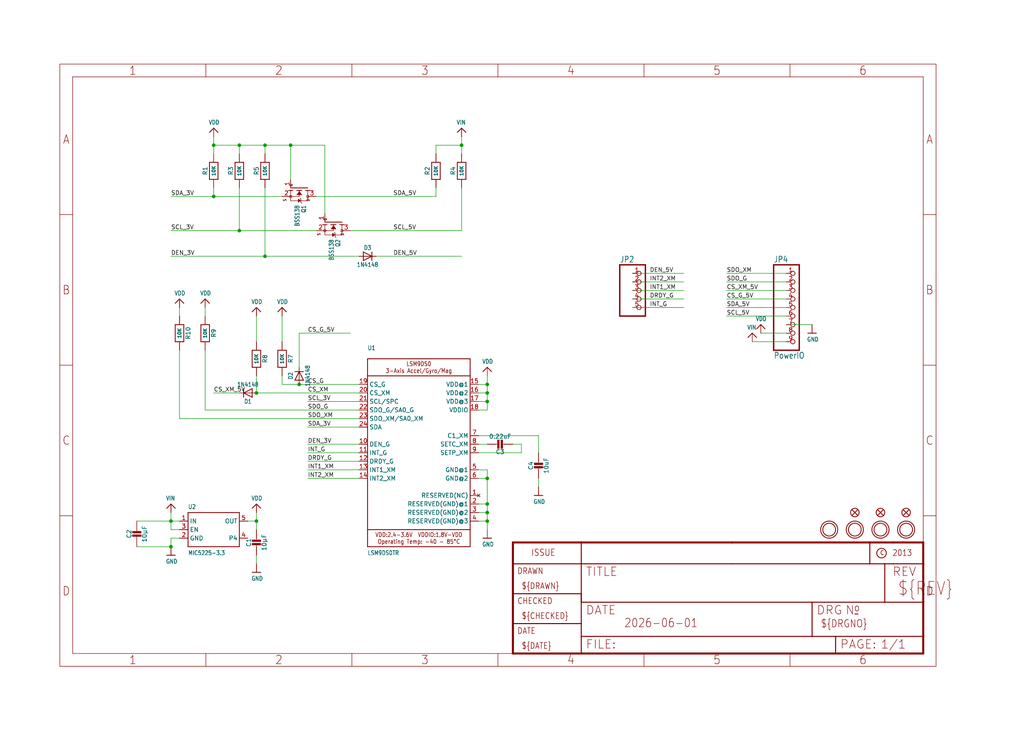
<source format=kicad_sch>
(kicad_sch (version 20230121) (generator eeschema)
  (paper "User" 304.267 217.322)
  (lib_symbols
    (symbol "working-eagle-import:CAP_CERAMIC0805-NOOUTLINE"
      (property "Reference" "C" (at -2.29 1.25 90))
      (symbol "CAP_CERAMIC0805-NOOUTLINE_1_0"
        (rectangle (start -1.27 0.508) (end 1.27 1.016) (fill (type outline)))
        (rectangle (start -1.27 1.524) (end 1.27 2.032) (fill (type outline)))
        (polyline (pts (xy 0 0.762) (xy 0 0)) (stroke (width 0.1524)))
        (polyline (pts (xy 0 2.54) (xy 0 1.778)) (stroke (width 0.1524)))
        (pin passive line (at 0 5.08 270) (length 2.54) (name "1") (number "1"))
        (pin passive line (at 0 -2.54 90) (length 2.54) (name "2") (number "2"))
      )
    )
    (symbol "working-eagle-import:DIODESOD-323"
      (property "Reference" "D" (at 0 2.54 0))
      (symbol "DIODESOD-323_1_0"
        (polyline (pts (xy -1.27 -1.27) (xy 1.27 0)) (stroke (width 0.254)))
        (polyline (pts (xy -1.27 1.27) (xy -1.27 -1.27)) (stroke (width 0.254)))
        (polyline (pts (xy 1.27 0) (xy -1.27 1.27)) (stroke (width 0.254)))
        (polyline (pts (xy 1.27 0) (xy 1.27 -1.27)) (stroke (width 0.254)))
        (polyline (pts (xy 1.27 1.27) (xy 1.27 0)) (stroke (width 0.254)))
        (pin passive line (at -2.54 0 0) (length 2.54) (name "A") (number "A"))
        (pin passive line (at 2.54 0 180) (length 2.54) (name "C") (number "C"))
      )
    )
    (symbol "working-eagle-import:FIDUCIAL{dblquote}{dblquote}"
      (symbol "FIDUCIAL{dblquote}{dblquote}_1_0"
        (polyline (pts (xy -0.762 0.762) (xy 0.762 -0.762)) (stroke (width 0.254)))
        (polyline (pts (xy 0.762 0.762) (xy -0.762 -0.762)) (stroke (width 0.254)))
        (circle (center 0 0) (radius 1.27) (stroke (width 0.254)))
      )
    )
    (symbol "working-eagle-import:FRAME_A4"
      (symbol "FRAME_A4_1_0"
        (polyline (pts (xy 0 44.7675) (xy 3.81 44.7675)))
        (polyline (pts (xy 0 89.535) (xy 3.81 89.535)))
        (polyline (pts (xy 0 134.3025) (xy 3.81 134.3025)))
        (polyline (pts (xy 3.81 3.81) (xy 3.81 175.26)))
        (polyline (pts (xy 43.3917 0) (xy 43.3917 3.81)))
        (polyline (pts (xy 43.3917 175.26) (xy 43.3917 179.07)))
        (polyline (pts (xy 86.7833 0) (xy 86.7833 3.81)))
        (polyline (pts (xy 86.7833 175.26) (xy 86.7833 179.07)))
        (polyline (pts (xy 130.175 0) (xy 130.175 3.81)))
        (polyline (pts (xy 130.175 175.26) (xy 130.175 179.07)))
        (polyline (pts (xy 173.5667 0) (xy 173.5667 3.81)))
        (polyline (pts (xy 173.5667 175.26) (xy 173.5667 179.07)))
        (polyline (pts (xy 216.9583 0) (xy 216.9583 3.81)))
        (polyline (pts (xy 216.9583 175.26) (xy 216.9583 179.07)))
        (polyline (pts (xy 256.54 3.81) (xy 3.81 3.81)))
        (polyline (pts (xy 256.54 3.81) (xy 256.54 8.89)) (stroke (width 0.1016)))
        (polyline (pts (xy 256.54 3.81) (xy 256.54 175.26)))
        (polyline (pts (xy 256.54 8.89) (xy 256.54 13.97)) (stroke (width 0.1016)))
        (polyline (pts (xy 256.54 13.97) (xy 256.54 19.05)) (stroke (width 0.1016)))
        (polyline (pts (xy 256.54 19.05) (xy 256.54 36.83)) (stroke (width 0.1016)))
        (polyline (pts (xy 256.54 44.7675) (xy 260.35 44.7675)))
        (polyline (pts (xy 256.54 89.535) (xy 260.35 89.535)))
        (polyline (pts (xy 256.54 134.3025) (xy 260.35 134.3025)))
        (polyline (pts (xy 256.54 175.26) (xy 3.81 175.26)))
        (polyline (pts (xy 0 0) (xy 260.35 0) (xy 260.35 179.07) (xy 0 179.07) (xy 0 0)))
        (text "1" (at 21.6958 1.905 0) (effects (font (size 2.54 2.286))))
        (text "1" (at 21.6958 177.165 0) (effects (font (size 2.54 2.286))))
        (text "2" (at 65.0875 1.905 0) (effects (font (size 2.54 2.286))))
        (text "2" (at 65.0875 177.165 0) (effects (font (size 2.54 2.286))))
        (text "3" (at 108.4792 1.905 0) (effects (font (size 2.54 2.286))))
        (text "3" (at 108.4792 177.165 0) (effects (font (size 2.54 2.286))))
        (text "4" (at 151.8708 1.905 0) (effects (font (size 2.54 2.286))))
        (text "4" (at 151.8708 177.165 0) (effects (font (size 2.54 2.286))))
        (text "5" (at 195.2625 1.905 0) (effects (font (size 2.54 2.286))))
        (text "5" (at 195.2625 177.165 0) (effects (font (size 2.54 2.286))))
        (text "6" (at 238.6542 1.905 0) (effects (font (size 2.54 2.286))))
        (text "6" (at 238.6542 177.165 0) (effects (font (size 2.54 2.286))))
        (text "A" (at 1.905 156.6863 0) (effects (font (size 2.54 2.286))))
        (text "A" (at 258.445 156.6863 0) (effects (font (size 2.54 2.286))))
        (text "B" (at 1.905 111.9188 0) (effects (font (size 2.54 2.286))))
        (text "B" (at 258.445 111.9188 0) (effects (font (size 2.54 2.286))))
        (text "C" (at 1.905 67.1513 0) (effects (font (size 2.54 2.286))))
        (text "C" (at 258.445 67.1513 0) (effects (font (size 2.54 2.286))))
        (text "D" (at 1.905 22.3838 0) (effects (font (size 2.54 2.286))))
        (text "D" (at 258.445 22.3838 0) (effects (font (size 2.54 2.286))))
      )
      (symbol "FRAME_A4_2_0"
        (polyline (pts (xy 1.27 -6.35) (xy 1.27 0)) (stroke (width 0.1016)))
        (polyline (pts (xy 1.27 0) (xy 82.55 0)) (stroke (width 0.1016)))
        (polyline (pts (xy 82.55 -6.35) (xy 1.27 -6.35)) (stroke (width 0.1016)))
        (polyline (pts (xy 82.55 0) (xy 82.55 -6.35)) (stroke (width 0.1016)))
        (text "PART OR WHOLE IS STRICTLY PROHIBITED WITHOUT WRITTEN PERMISSION!" (at 3.81 -5.08 0) (effects (font (size 1.27 1.0795)) (justify left bottom)))
        (text "PROPRIETARY" (at 3.81 -10.16 0) (effects (font (size 2.54 2.159) (thickness 0.4318) bold) (justify left bottom)))
        (text "THIS DRAWING CONTAINS CONFIDENTIAL INFORMATION. ANY REPRODUCTION IN" (at 3.81 -2.794 0) (effects (font (size 1.27 1.0795)) (justify left bottom)))
      )
      (symbol "FRAME_A4_3_0"
        (polyline (pts (xy 0 1.27) (xy 20.32 1.27)) (stroke (width 0.6096)))
        (polyline (pts (xy 0 10.16) (xy 0 1.27)) (stroke (width 0.6096)))
        (polyline (pts (xy 0 10.16) (xy 20.32 10.16)) (stroke (width 0.3048)))
        (polyline (pts (xy 0 19.05) (xy 0 10.16)) (stroke (width 0.6096)))
        (polyline (pts (xy 0 19.05) (xy 20.32 19.05)) (stroke (width 0.3048)))
        (polyline (pts (xy 0 27.94) (xy 0 19.05)) (stroke (width 0.6096)))
        (polyline (pts (xy 0 27.94) (xy 20.32 27.94)) (stroke (width 0.3048)))
        (polyline (pts (xy 0 34.29) (xy 0 27.94)) (stroke (width 0.6096)))
        (polyline (pts (xy 20.32 1.27) (xy 20.32 6.35)) (stroke (width 0.3048)))
        (polyline (pts (xy 20.32 1.27) (xy 95.885 1.27)) (stroke (width 0.6096)))
        (polyline (pts (xy 20.32 6.35) (xy 20.32 10.16)) (stroke (width 0.3048)))
        (polyline (pts (xy 20.32 6.35) (xy 88.9 6.35)) (stroke (width 0.3048)))
        (polyline (pts (xy 20.32 10.16) (xy 20.32 19.05)) (stroke (width 0.3048)))
        (polyline (pts (xy 20.32 16.51) (xy 20.32 19.05)) (stroke (width 0.3048)))
        (polyline (pts (xy 20.32 19.05) (xy 20.32 27.94)) (stroke (width 0.3048)))
        (polyline (pts (xy 20.32 27.94) (xy 20.32 34.29)) (stroke (width 0.3048)))
        (polyline (pts (xy 20.32 27.94) (xy 65.0875 27.94)) (stroke (width 0.3048)))
        (polyline (pts (xy 20.32 34.29) (xy 0 34.29)) (stroke (width 0.6096)))
        (polyline (pts (xy 65.0875 27.94) (xy 106.045 27.94)) (stroke (width 0.3048)))
        (polyline (pts (xy 65.0875 34.29) (xy 20.32 34.29)) (stroke (width 0.6096)))
        (polyline (pts (xy 88.9 6.35) (xy 95.885 6.35)) (stroke (width 0.3048)))
        (polyline (pts (xy 88.9 16.51) (xy 20.32 16.51)) (stroke (width 0.3048)))
        (polyline (pts (xy 88.9 16.51) (xy 88.9 6.35)) (stroke (width 0.3048)))
        (polyline (pts (xy 95.885 1.27) (xy 121.92 1.27)) (stroke (width 0.6096)))
        (polyline (pts (xy 95.885 6.35) (xy 95.885 1.27)) (stroke (width 0.3048)))
        (polyline (pts (xy 95.885 6.35) (xy 121.92 6.35)) (stroke (width 0.3048)))
        (polyline (pts (xy 101.6 13.0175) (xy 102.5525 13.0175)) (stroke (width 0.254)))
        (polyline (pts (xy 106.045 27.94) (xy 106.045 34.29)) (stroke (width 0.3048)))
        (polyline (pts (xy 106.045 27.94) (xy 110.49 27.94)) (stroke (width 0.3048)))
        (polyline (pts (xy 106.045 34.29) (xy 65.0875 34.29)) (stroke (width 0.6096)))
        (polyline (pts (xy 110.49 16.51) (xy 88.9 16.51)) (stroke (width 0.3048)))
        (polyline (pts (xy 110.49 27.94) (xy 110.49 16.51)) (stroke (width 0.3048)))
        (polyline (pts (xy 110.49 27.94) (xy 113.03 27.94)) (stroke (width 0.3048)))
        (polyline (pts (xy 113.03 27.94) (xy 121.92 27.94)) (stroke (width 0.3048)))
        (polyline (pts (xy 113.03 34.29) (xy 106.045 34.29)) (stroke (width 0.6096)))
        (polyline (pts (xy 121.92 6.35) (xy 121.92 1.27)) (stroke (width 0.6096)))
        (polyline (pts (xy 121.92 16.51) (xy 110.49 16.51)) (stroke (width 0.3048)))
        (polyline (pts (xy 121.92 16.51) (xy 121.92 6.35)) (stroke (width 0.6096)))
        (polyline (pts (xy 121.92 27.94) (xy 121.92 16.51)) (stroke (width 0.6096)))
        (polyline (pts (xy 121.92 34.29) (xy 113.03 34.29)) (stroke (width 0.6096)))
        (polyline (pts (xy 121.92 34.29) (xy 121.92 27.94)) (stroke (width 0.6096)))
        (circle (center 109.5375 31.115) (radius 1.4199) (stroke (width 0.254)))
        (text "${#}/${##}" (at 109.22 2.54 0) (effects (font (size 2.54 2.54)) (justify left bottom)))
        (text "${CHECKED}" (at 2.54 11.43 0) (effects (font (size 1.778 1.5113)) (justify left bottom)))
        (text "${COMPANY}" (at 23.6538 29.3687 0) (effects (font (size 3.175 2.6987) (thickness 0.5397) bold) (justify left bottom)))
        (text "${CURRENT_DATE}" (at 33.02 8.89 0) (effects (font (size 2.54 2.159)) (justify left bottom)))
        (text "${DATE}" (at 2.54 2.54 0) (effects (font (size 1.778 1.5113)) (justify left bottom)))
        (text "${DRAWN}" (at 2.54 20.32 0) (effects (font (size 1.778 1.5113)) (justify left bottom)))
        (text "${DRGNO}" (at 91.44 8.89 0) (effects (font (size 2.1844 1.8567)) (justify left bottom)))
        (text "${PROJECTNAME}" (at 33.3375 2.54 0) (effects (font (size 2.54 2.159)) (justify left bottom)))
        (text "${REV}" (at 114.3 18.415 0) (effects (font (size 3.81 3.2385)) (justify left bottom)))
        (text "2013" (at 112.7125 30.1625 0) (effects (font (size 1.778 1.5113)) (justify left bottom)))
        (text "C" (at 109.0612 30.48 0) (effects (font (size 1.27 1.0795)) (justify left bottom)))
        (text "CHECKED" (at 1.27 15.875 0) (effects (font (size 1.778 1.5113)) (justify left bottom)))
        (text "DATE" (at 1.27 6.985 0) (effects (font (size 1.778 1.5113)) (justify left bottom)))
        (text "DATE" (at 21.59 12.7 0) (effects (font (size 2.54 2.54)) (justify left bottom)))
        (text "DRAWN" (at 1.27 24.765 0) (effects (font (size 1.778 1.5113)) (justify left bottom)))
        (text "DRG" (at 90.17 12.7 0) (effects (font (size 2.54 2.54)) (justify left bottom)))
        (text "FILE:" (at 21.59 2.54 0) (effects (font (size 2.54 2.54)) (justify left bottom)))
        (text "ISSUE" (at 5.3975 30.1625 0) (effects (font (size 1.9304 1.6408)) (justify left bottom)))
        (text "N" (at 98.7425 12.7 0) (effects (font (size 2.54 2.54)) (justify left bottom)))
        (text "o" (at 101.2825 13.6525 0) (effects (font (size 2.1844 1.8567)) (justify left bottom)))
        (text "PAGE:" (at 97.155 2.54 0) (effects (font (size 2.54 2.54)) (justify left bottom)))
        (text "REV" (at 112.7125 24.13 0) (effects (font (size 2.54 2.54)) (justify left bottom)))
        (text "TITLE" (at 21.59 24.13 0) (effects (font (size 2.54 2.54)) (justify left bottom)))
      )
    )
    (symbol "working-eagle-import:GND" (power)
      (property "Value" "GND" (at -1.524 -2.54 0))
      (symbol "GND_1_0"
        (polyline (pts (xy -1.27 0) (xy 1.27 0)) (stroke (width 0.254)))
        (pin power_in line (at 0 2.54 270) (length 2.54) (name "GND") (number "1"))
      )
    )
    (symbol "working-eagle-import:HEADER-1X570MIL"
      (property "Reference" "JP" (at -6.35 8.255 0))
      (symbol "HEADER-1X570MIL_1_0"
        (polyline (pts (xy -6.35 -7.62) (xy 1.27 -7.62)) (stroke (width 0.4064)))
        (polyline (pts (xy -6.35 7.62) (xy -6.35 -7.62)) (stroke (width 0.4064)))
        (polyline (pts (xy 1.27 -7.62) (xy 1.27 7.62)) (stroke (width 0.4064)))
        (polyline (pts (xy 1.27 7.62) (xy -6.35 7.62)) (stroke (width 0.4064)))
        (pin passive inverted (at -2.54 5.08 0) (length 2.54) (name "1") (number "1"))
        (pin passive inverted (at -2.54 2.54 0) (length 2.54) (name "2") (number "2"))
        (pin passive inverted (at -2.54 0 0) (length 2.54) (name "3") (number "3"))
        (pin passive inverted (at -2.54 -2.54 0) (length 2.54) (name "4") (number "4"))
        (pin passive inverted (at -2.54 -5.08 0) (length 2.54) (name "5") (number "5"))
      )
    )
    (symbol "working-eagle-import:HEADER-1X970MIL"
      (property "Reference" "JP" (at -6.35 13.335 0))
      (symbol "HEADER-1X970MIL_1_0"
        (polyline (pts (xy -6.35 -12.7) (xy 1.27 -12.7)) (stroke (width 0.4064)))
        (polyline (pts (xy -6.35 12.7) (xy -6.35 -12.7)) (stroke (width 0.4064)))
        (polyline (pts (xy 1.27 -12.7) (xy 1.27 12.7)) (stroke (width 0.4064)))
        (polyline (pts (xy 1.27 12.7) (xy -6.35 12.7)) (stroke (width 0.4064)))
        (pin passive inverted (at -2.54 10.16 0) (length 2.54) (name "1") (number "1"))
        (pin passive inverted (at -2.54 7.62 0) (length 2.54) (name "2") (number "2"))
        (pin passive inverted (at -2.54 5.08 0) (length 2.54) (name "3") (number "3"))
        (pin passive inverted (at -2.54 2.54 0) (length 2.54) (name "4") (number "4"))
        (pin passive inverted (at -2.54 0 0) (length 2.54) (name "5") (number "5"))
        (pin passive inverted (at -2.54 -2.54 0) (length 2.54) (name "6") (number "6"))
        (pin passive inverted (at -2.54 -5.08 0) (length 2.54) (name "7") (number "7"))
        (pin passive inverted (at -2.54 -7.62 0) (length 2.54) (name "8") (number "8"))
        (pin passive inverted (at -2.54 -10.16 0) (length 2.54) (name "9") (number "9"))
      )
    )
    (symbol "working-eagle-import:LSM9DS0"
      (property "Reference" "U" (at -15.24 25.4 0))
      (symbol "LSM9DS0_1_0"
        (polyline (pts (xy -15.24 -33.02) (xy 15.24 -33.02)) (stroke (width 0.254)))
        (polyline (pts (xy -15.24 -27.94) (xy -15.24 -33.02)) (stroke (width 0.254)))
        (polyline (pts (xy -15.24 -27.94) (xy -15.24 17.78)) (stroke (width 0.254)))
        (polyline (pts (xy -15.24 17.78) (xy -15.24 22.86)) (stroke (width 0.254)))
        (polyline (pts (xy -15.24 17.78) (xy 15.24 17.78)) (stroke (width 0.254)))
        (polyline (pts (xy -15.24 22.86) (xy 15.24 22.86)) (stroke (width 0.254)))
        (polyline (pts (xy 15.24 -33.02) (xy 15.24 -27.94)) (stroke (width 0.254)))
        (polyline (pts (xy 15.24 -27.94) (xy -15.24 -27.94)) (stroke (width 0.254)))
        (polyline (pts (xy 15.24 17.78) (xy 15.24 -27.94)) (stroke (width 0.254)))
        (polyline (pts (xy 15.24 22.86) (xy 15.24 17.78)) (stroke (width 0.254)))
        (text "LSM9DS0\n3-Axis Accel/Gyro/Mag" (at 0 20.32 0) (effects (font (size 1.27 1.0795))))
        (text "VDD:2.4-3.6V  VDDIO:1.8V-VDD\nOperating Temp: -40 - 85°C" (at 0 -30.48 0) (effects (font (size 1.27 1.0795))))
        (pin no_connect line (at 17.78 -17.78 180) (length 2.54) (name "RESERVED(NC)") (number "1"))
        (pin bidirectional line (at -17.78 -2.54 0) (length 2.54) (name "DEN_G") (number "10"))
        (pin bidirectional line (at -17.78 -5.08 0) (length 2.54) (name "INT_G") (number "11"))
        (pin bidirectional line (at -17.78 -7.62 0) (length 2.54) (name "DRDY_G") (number "12"))
        (pin bidirectional line (at -17.78 -10.16 0) (length 2.54) (name "INT1_XM") (number "13"))
        (pin bidirectional line (at -17.78 -12.7 0) (length 2.54) (name "INT2_XM") (number "14"))
        (pin power_in line (at 17.78 15.24 180) (length 2.54) (name "VDD@1") (number "15"))
        (pin power_in line (at 17.78 12.7 180) (length 2.54) (name "VDD@2") (number "16"))
        (pin power_in line (at 17.78 10.16 180) (length 2.54) (name "VDD@3") (number "17"))
        (pin power_in line (at 17.78 7.62 180) (length 2.54) (name "VDDIO") (number "18"))
        (pin bidirectional line (at -17.78 15.24 0) (length 2.54) (name "CS_G") (number "19"))
        (pin power_in line (at 17.78 -20.32 180) (length 2.54) (name "RESERVED(GND)@1") (number "2"))
        (pin bidirectional line (at -17.78 12.7 0) (length 2.54) (name "CS_XM") (number "20"))
        (pin bidirectional line (at -17.78 10.16 0) (length 2.54) (name "SCL/SPC") (number "21"))
        (pin bidirectional line (at -17.78 7.62 0) (length 2.54) (name "SDO_G/SA0_G") (number "22"))
        (pin bidirectional line (at -17.78 5.08 0) (length 2.54) (name "SDO_XM/SA0_XM") (number "23"))
        (pin bidirectional line (at -17.78 2.54 0) (length 2.54) (name "SDA") (number "24"))
        (pin power_in line (at 17.78 -22.86 180) (length 2.54) (name "RESERVED(GND)@2") (number "3"))
        (pin power_in line (at 17.78 -25.4 180) (length 2.54) (name "RESERVED(GND)@3") (number "4"))
        (pin power_in line (at 17.78 -10.16 180) (length 2.54) (name "GND@1") (number "5"))
        (pin power_in line (at 17.78 -12.7 180) (length 2.54) (name "GND@2") (number "6"))
        (pin bidirectional line (at 17.78 0 180) (length 2.54) (name "C1_XM") (number "7"))
        (pin bidirectional line (at 17.78 -2.54 180) (length 2.54) (name "SETC_XM") (number "8"))
        (pin bidirectional line (at 17.78 -5.08 180) (length 2.54) (name "SETP_XM") (number "9"))
      )
    )
    (symbol "working-eagle-import:MOSFET-NWIDE"
      (property "Reference" "Q" (at 5.08 0.635 0))
      (symbol "MOSFET-NWIDE_1_0"
        (polyline (pts (xy 0 2.54) (xy 0 -2.54)) (stroke (width 0.254)))
        (polyline (pts (xy 0.762 -2.54) (xy 0.762 -3.175)) (stroke (width 0.254)))
        (polyline (pts (xy 0.762 -1.905) (xy 0.762 -2.54)) (stroke (width 0.254)))
        (polyline (pts (xy 0.762 0) (xy 0.762 -0.762)) (stroke (width 0.254)))
        (polyline (pts (xy 0.762 0) (xy 2.54 0)) (stroke (width 0.1524)))
        (polyline (pts (xy 0.762 0.762) (xy 0.762 0)) (stroke (width 0.254)))
        (polyline (pts (xy 0.762 2.54) (xy 0.762 1.905)) (stroke (width 0.254)))
        (polyline (pts (xy 0.762 2.54) (xy 3.81 2.54)) (stroke (width 0.1524)))
        (polyline (pts (xy 0.762 3.175) (xy 0.762 2.54)) (stroke (width 0.254)))
        (polyline (pts (xy 2.54 -2.54) (xy 0.762 -2.54)) (stroke (width 0.1524)))
        (polyline (pts (xy 2.54 -2.54) (xy 3.81 -2.54)) (stroke (width 0.1524)))
        (polyline (pts (xy 2.54 0) (xy 2.54 -2.54)) (stroke (width 0.1524)))
        (polyline (pts (xy 3.302 0.508) (xy 3.048 0.254)) (stroke (width 0.1524)))
        (polyline (pts (xy 3.81 0.508) (xy 3.302 0.508)) (stroke (width 0.1524)))
        (polyline (pts (xy 3.81 0.508) (xy 3.81 -2.54)) (stroke (width 0.1524)))
        (polyline (pts (xy 3.81 2.54) (xy 3.81 0.508)) (stroke (width 0.1524)))
        (polyline (pts (xy 4.318 0.508) (xy 3.81 0.508)) (stroke (width 0.1524)))
        (polyline (pts (xy 4.572 0.762) (xy 4.318 0.508)) (stroke (width 0.1524)))
        (polyline (pts (xy 1.016 0) (xy 2.032 0.762) (xy 2.032 -0.762)) (stroke (width 0.1524)) (fill (type outline)))
        (polyline (pts (xy 3.81 0.508) (xy 3.302 -0.254) (xy 4.318 -0.254)) (stroke (width 0.1524)) (fill (type outline)))
        (circle (center 2.54 -2.54) (radius 0.3592))
        (circle (center 2.54 2.54) (radius 0.3592))
        (text "D" (at 3.175 3.175 0) (effects (font (size 0.8128 0.6908)) (justify left bottom)))
        (text "G" (at -1.27 -1.905 0) (effects (font (size 0.8128 0.6908)) (justify left bottom)))
        (text "S" (at 3.175 -3.81 0) (effects (font (size 0.8128 0.6908)) (justify left bottom)))
        (pin bidirectional line (at -2.54 -2.54 0) (length 2.54) (name "G") (number "1"))
        (pin bidirectional line (at 2.54 -5.08 90) (length 2.54) (name "S") (number "2"))
        (pin bidirectional line (at 2.54 5.08 270) (length 2.54) (name "D") (number "3"))
      )
    )
    (symbol "working-eagle-import:MOUNTINGHOLE2.5"
      (symbol "MOUNTINGHOLE2.5_1_0"
        (circle (center 0 0) (radius 1.905) (stroke (width 0.254)))
        (circle (center 0 0) (radius 2.54) (stroke (width 0.254)))
      )
    )
    (symbol "working-eagle-import:RESISTOR0805_NOOUTLINE"
      (property "Reference" "R" (at 0 2.54 0))
      (symbol "RESISTOR0805_NOOUTLINE_1_0"
        (polyline (pts (xy -2.54 -1.27) (xy -2.54 1.27)) (stroke (width 0.254)))
        (polyline (pts (xy -2.54 1.27) (xy 2.54 1.27)) (stroke (width 0.254)))
        (polyline (pts (xy 2.54 -1.27) (xy -2.54 -1.27)) (stroke (width 0.254)))
        (polyline (pts (xy 2.54 1.27) (xy 2.54 -1.27)) (stroke (width 0.254)))
        (pin passive line (at -5.08 0 0) (length 2.54) (name "1") (number "1"))
        (pin passive line (at 5.08 0 180) (length 2.54) (name "2") (number "2"))
      )
    )
    (symbol "working-eagle-import:RESISTOR_0805MP"
      (property "Reference" "R" (at 0 2.54 0))
      (symbol "RESISTOR_0805MP_1_0"
        (polyline (pts (xy -2.54 -1.27) (xy -2.54 1.27)) (stroke (width 0.254)))
        (polyline (pts (xy -2.54 1.27) (xy 2.54 1.27)) (stroke (width 0.254)))
        (polyline (pts (xy 2.54 -1.27) (xy -2.54 -1.27)) (stroke (width 0.254)))
        (polyline (pts (xy 2.54 1.27) (xy 2.54 -1.27)) (stroke (width 0.254)))
        (pin passive line (at -5.08 0 0) (length 2.54) (name "1") (number "1"))
        (pin passive line (at 5.08 0 180) (length 2.54) (name "2") (number "2"))
      )
    )
    (symbol "working-eagle-import:VDD" (power)
      (property "Value" "VDD" (at -1.524 1.016 0))
      (symbol "VDD_1_0"
        (polyline (pts (xy -1.27 -1.27) (xy 0 0)) (stroke (width 0.254)))
        (polyline (pts (xy 0 0) (xy 1.27 -1.27)) (stroke (width 0.254)))
        (pin power_in line (at 0 -2.54 90) (length 2.54) (name "VDD") (number "1"))
      )
    )
    (symbol "working-eagle-import:VIN" (power)
      (property "Value" "VIN" (at -1.524 1.016 0))
      (symbol "VIN_1_0"
        (polyline (pts (xy -1.27 -1.27) (xy 0 0)) (stroke (width 0.254)))
        (polyline (pts (xy 0 0) (xy 1.27 -1.27)) (stroke (width 0.254)))
        (pin power_in line (at 0 -2.54 90) (length 2.54) (name "VIN") (number "1"))
      )
    )
    (symbol "working-eagle-import:VREG_SOT23-5"
      (property "Reference" "U" (at -7.62 6.096 0))
      (symbol "VREG_SOT23-5_1_0"
        (polyline (pts (xy -7.62 -5.08) (xy -7.62 5.08)) (stroke (width 0.254)))
        (polyline (pts (xy -7.62 5.08) (xy 7.62 5.08)) (stroke (width 0.254)))
        (polyline (pts (xy 7.62 -5.08) (xy -7.62 -5.08)) (stroke (width 0.254)))
        (polyline (pts (xy 7.62 5.08) (xy 7.62 -5.08)) (stroke (width 0.254)))
        (pin power_in line (at -10.16 2.54 0) (length 2.54) (name "IN") (number "1"))
        (pin power_in line (at -10.16 -2.54 0) (length 2.54) (name "GND") (number "2"))
        (pin input line (at -10.16 0 0) (length 2.54) (name "EN") (number "3"))
        (pin bidirectional line (at 10.16 -2.54 180) (length 2.54) (name "P4") (number "4"))
        (pin power_in line (at 10.16 2.54 180) (length 2.54) (name "OUT") (number "5"))
      )
    )
  )
  (junction (at 76.2 116.84))
  (junction (at 144.78 154.94))
  (junction (at 144.78 116.84))
  (junction (at 144.78 142.24))
  (junction (at 78.74 43.18))
  (junction (at 63.5 43.18))
  (junction (at 78.74 76.2))
  (junction (at 71.12 43.18))
  (junction (at 71.12 68.58))
  (junction (at 86.36 43.18))
  (junction (at 50.8 154.94))
  (junction (at 144.78 152.4))
  (junction (at 50.8 162.56))
  (junction (at 144.78 149.86))
  (junction (at 88.9 114.3))
  (junction (at 63.5 58.42))
  (junction (at 76.2 154.94))
  (junction (at 137.16 43.18))
  (junction (at 144.78 119.38))
  (junction (at 144.78 114.3))
  (wire (pts (xy 154.94 132.08) (xy 152.4 132.08)) (stroke (width 0.1524)))
  (wire (pts (xy 93.98 68.58) (xy 71.12 68.58)) (stroke (width 0.1524)))
  (wire (pts (xy 83.82 114.3) (xy 83.82 111.76)) (stroke (width 0.1524)))
  (wire (pts (xy 83.82 58.42) (xy 63.5 58.42)) (stroke (width 0.1524)))
  (wire (pts (xy 137.16 43.18) (xy 137.16 40.64)) (stroke (width 0.1524)))
  (wire (pts (xy 142.24 139.7) (xy 144.78 139.7)) (stroke (width 0.1524)))
  (wire (pts (xy 187.96 81.28) (xy 203.2 81.28)) (stroke (width 0.1524)))
  (wire (pts (xy 160.02 142.24) (xy 160.02 144.78)) (stroke (width 0.1524)))
  (wire (pts (xy 129.54 45.72) (xy 129.54 43.18)) (stroke (width 0.1524)))
  (wire (pts (xy 226.06 99.06) (xy 233.68 99.06)) (stroke (width 0.1524)))
  (wire (pts (xy 76.2 154.94) (xy 76.2 152.4)) (stroke (width 0.1524)))
  (wire (pts (xy 96.52 43.18) (xy 86.36 43.18)) (stroke (width 0.1524)))
  (wire (pts (xy 142.24 154.94) (xy 144.78 154.94)) (stroke (width 0.1524)))
  (wire (pts (xy 104.14 68.58) (xy 137.16 68.58)) (stroke (width 0.1524)))
  (wire (pts (xy 40.64 162.56) (xy 50.8 162.56)) (stroke (width 0.1524)))
  (wire (pts (xy 78.74 76.2) (xy 78.74 55.88)) (stroke (width 0.1524)))
  (wire (pts (xy 142.24 129.54) (xy 160.02 129.54)) (stroke (width 0.1524)))
  (wire (pts (xy 215.9 86.36) (xy 233.68 86.36)) (stroke (width 0.1524)))
  (wire (pts (xy 144.78 152.4) (xy 144.78 154.94)) (stroke (width 0.1524)))
  (wire (pts (xy 142.24 152.4) (xy 144.78 152.4)) (stroke (width 0.1524)))
  (wire (pts (xy 86.36 43.18) (xy 78.74 43.18)) (stroke (width 0.1524)))
  (wire (pts (xy 142.24 142.24) (xy 144.78 142.24)) (stroke (width 0.1524)))
  (wire (pts (xy 233.68 88.9) (xy 215.9 88.9)) (stroke (width 0.1524)))
  (wire (pts (xy 144.78 154.94) (xy 144.78 157.48)) (stroke (width 0.1524)))
  (wire (pts (xy 142.24 121.92) (xy 144.78 121.92)) (stroke (width 0.1524)))
  (wire (pts (xy 106.68 121.92) (xy 60.96 121.92)) (stroke (width 0.1524)))
  (wire (pts (xy 144.78 142.24) (xy 144.78 149.86)) (stroke (width 0.1524)))
  (wire (pts (xy 144.78 121.92) (xy 144.78 119.38)) (stroke (width 0.1524)))
  (wire (pts (xy 88.9 109.22) (xy 88.9 99.06)) (stroke (width 0.1524)))
  (wire (pts (xy 144.78 119.38) (xy 144.78 116.84)) (stroke (width 0.1524)))
  (wire (pts (xy 73.66 154.94) (xy 76.2 154.94)) (stroke (width 0.1524)))
  (wire (pts (xy 233.68 96.52) (xy 241.3 96.52)) (stroke (width 0.1524)))
  (wire (pts (xy 76.2 154.94) (xy 76.2 157.48)) (stroke (width 0.1524)))
  (wire (pts (xy 137.16 68.58) (xy 137.16 55.88)) (stroke (width 0.1524)))
  (wire (pts (xy 106.68 114.3) (xy 88.9 114.3)) (stroke (width 0.1524)))
  (wire (pts (xy 129.54 43.18) (xy 137.16 43.18)) (stroke (width 0.1524)))
  (wire (pts (xy 78.74 76.2) (xy 50.8 76.2)) (stroke (width 0.1524)))
  (wire (pts (xy 233.68 91.44) (xy 215.9 91.44)) (stroke (width 0.1524)))
  (wire (pts (xy 106.68 76.2) (xy 78.74 76.2)) (stroke (width 0.1524)))
  (wire (pts (xy 129.54 58.42) (xy 129.54 55.88)) (stroke (width 0.1524)))
  (wire (pts (xy 50.8 154.94) (xy 50.8 152.4)) (stroke (width 0.1524)))
  (wire (pts (xy 96.52 63.5) (xy 96.52 43.18)) (stroke (width 0.1524)))
  (wire (pts (xy 60.96 121.92) (xy 60.96 104.14)) (stroke (width 0.1524)))
  (wire (pts (xy 233.68 83.82) (xy 215.9 83.82)) (stroke (width 0.1524)))
  (wire (pts (xy 144.78 116.84) (xy 144.78 114.3)) (stroke (width 0.1524)))
  (wire (pts (xy 63.5 45.72) (xy 63.5 43.18)) (stroke (width 0.1524)))
  (wire (pts (xy 83.82 101.6) (xy 83.82 93.98)) (stroke (width 0.1524)))
  (wire (pts (xy 78.74 43.18) (xy 78.74 45.72)) (stroke (width 0.1524)))
  (wire (pts (xy 142.24 132.08) (xy 144.78 132.08)) (stroke (width 0.1524)))
  (wire (pts (xy 233.68 81.28) (xy 215.9 81.28)) (stroke (width 0.1524)))
  (wire (pts (xy 60.96 93.98) (xy 60.96 91.44)) (stroke (width 0.1524)))
  (wire (pts (xy 88.9 114.3) (xy 83.82 114.3)) (stroke (width 0.1524)))
  (wire (pts (xy 106.68 139.7) (xy 91.44 139.7)) (stroke (width 0.1524)))
  (wire (pts (xy 142.24 134.62) (xy 154.94 134.62)) (stroke (width 0.1524)))
  (wire (pts (xy 53.34 157.48) (xy 50.8 157.48)) (stroke (width 0.1524)))
  (wire (pts (xy 63.5 55.88) (xy 63.5 58.42)) (stroke (width 0.1524)))
  (wire (pts (xy 223.52 101.6) (xy 233.68 101.6)) (stroke (width 0.1524)))
  (wire (pts (xy 63.5 58.42) (xy 50.8 58.42)) (stroke (width 0.1524)))
  (wire (pts (xy 142.24 116.84) (xy 144.78 116.84)) (stroke (width 0.1524)))
  (wire (pts (xy 142.24 119.38) (xy 144.78 119.38)) (stroke (width 0.1524)))
  (wire (pts (xy 106.68 127) (xy 91.44 127)) (stroke (width 0.1524)))
  (wire (pts (xy 106.68 134.62) (xy 91.44 134.62)) (stroke (width 0.1524)))
  (wire (pts (xy 111.76 76.2) (xy 137.16 76.2)) (stroke (width 0.1524)))
  (wire (pts (xy 53.34 93.98) (xy 53.34 91.44)) (stroke (width 0.1524)))
  (wire (pts (xy 76.2 101.6) (xy 76.2 93.98)) (stroke (width 0.1524)))
  (wire (pts (xy 142.24 114.3) (xy 144.78 114.3)) (stroke (width 0.1524)))
  (wire (pts (xy 86.36 53.34) (xy 86.36 43.18)) (stroke (width 0.1524)))
  (wire (pts (xy 50.8 157.48) (xy 50.8 154.94)) (stroke (width 0.1524)))
  (wire (pts (xy 203.2 91.44) (xy 187.96 91.44)) (stroke (width 0.1524)))
  (wire (pts (xy 106.68 132.08) (xy 91.44 132.08)) (stroke (width 0.1524)))
  (wire (pts (xy 203.2 86.36) (xy 187.96 86.36)) (stroke (width 0.1524)))
  (wire (pts (xy 144.78 149.86) (xy 144.78 152.4)) (stroke (width 0.1524)))
  (wire (pts (xy 50.8 160.02) (xy 50.8 162.56)) (stroke (width 0.1524)))
  (wire (pts (xy 137.16 45.72) (xy 137.16 43.18)) (stroke (width 0.1524)))
  (wire (pts (xy 53.34 124.46) (xy 53.34 104.14)) (stroke (width 0.1524)))
  (wire (pts (xy 233.68 93.98) (xy 215.9 93.98)) (stroke (width 0.1524)))
  (wire (pts (xy 71.12 55.88) (xy 71.12 68.58)) (stroke (width 0.1524)))
  (wire (pts (xy 106.68 142.24) (xy 91.44 142.24)) (stroke (width 0.1524)))
  (wire (pts (xy 106.68 137.16) (xy 91.44 137.16)) (stroke (width 0.1524)))
  (wire (pts (xy 76.2 165.1) (xy 76.2 167.64)) (stroke (width 0.1524)))
  (wire (pts (xy 142.24 149.86) (xy 144.78 149.86)) (stroke (width 0.1524)))
  (wire (pts (xy 88.9 99.06) (xy 104.14 99.06)) (stroke (width 0.1524)))
  (wire (pts (xy 71.12 116.84) (xy 63.5 116.84)) (stroke (width 0.1524)))
  (wire (pts (xy 203.2 88.9) (xy 187.96 88.9)) (stroke (width 0.1524)))
  (wire (pts (xy 144.78 139.7) (xy 144.78 142.24)) (stroke (width 0.1524)))
  (wire (pts (xy 40.64 154.94) (xy 50.8 154.94)) (stroke (width 0.1524)))
  (wire (pts (xy 106.68 116.84) (xy 76.2 116.84)) (stroke (width 0.1524)))
  (wire (pts (xy 53.34 154.94) (xy 50.8 154.94)) (stroke (width 0.1524)))
  (wire (pts (xy 71.12 45.72) (xy 71.12 43.18)) (stroke (width 0.1524)))
  (wire (pts (xy 78.74 43.18) (xy 71.12 43.18)) (stroke (width 0.1524)))
  (wire (pts (xy 203.2 83.82) (xy 187.96 83.82)) (stroke (width 0.1524)))
  (wire (pts (xy 63.5 43.18) (xy 63.5 40.64)) (stroke (width 0.1524)))
  (wire (pts (xy 53.34 160.02) (xy 50.8 160.02)) (stroke (width 0.1524)))
  (wire (pts (xy 144.78 114.3) (xy 144.78 111.76)) (stroke (width 0.1524)))
  (wire (pts (xy 93.98 58.42) (xy 129.54 58.42)) (stroke (width 0.1524)))
  (wire (pts (xy 76.2 116.84) (xy 76.2 111.76)) (stroke (width 0.1524)))
  (wire (pts (xy 160.02 129.54) (xy 160.02 134.62)) (stroke (width 0.1524)))
  (wire (pts (xy 71.12 68.58) (xy 50.8 68.58)) (stroke (width 0.1524)))
  (wire (pts (xy 154.94 134.62) (xy 154.94 132.08)) (stroke (width 0.1524)))
  (wire (pts (xy 71.12 43.18) (xy 63.5 43.18)) (stroke (width 0.1524)))
  (wire (pts (xy 106.68 119.38) (xy 91.44 119.38)) (stroke (width 0.1524)))
  (wire (pts (xy 106.68 124.46) (xy 53.34 124.46)) (stroke (width 0.1524)))
  (label "SDO_G" (at 215.9 83.82 0) (effects (font (size 1.2446 1.2446))))
  (label "SDA_3V" (at 50.8 58.42 0) (effects (font (size 1.2446 1.2446))))
  (label "CS_XM_5V" (at 215.9 86.36 0) (effects (font (size 1.2446 1.2446))))
  (label "DEN_3V" (at 50.8 76.2 0) (effects (font (size 1.2446 1.2446))))
  (label "CS_G" (at 91.44 114.3 0) (effects (font (size 1.2446 1.2446))))
  (label "SDA_5V" (at 116.84 58.42 0) (effects (font (size 1.2446 1.2446))))
  (label "CS_G_5V" (at 215.9 88.9 0) (effects (font (size 1.2446 1.2446))))
  (label "INT2_XM" (at 193.04 83.82 0) (effects (font (size 1.2446 1.2446))))
  (label "DEN_3V" (at 91.44 132.08 0) (effects (font (size 1.2446 1.2446))))
  (label "CS_XM" (at 91.44 116.84 0) (effects (font (size 1.2446 1.2446))))
  (label "SDO_XM" (at 215.9 81.28 0) (effects (font (size 1.2446 1.2446))))
  (label "CS_XM_5V" (at 63.5 116.84 0) (effects (font (size 1.2446 1.2446))))
  (label "INT_G" (at 193.04 91.44 0) (effects (font (size 1.2446 1.2446))))
  (label "SDA_3V" (at 91.44 127 0) (effects (font (size 1.2446 1.2446))))
  (label "DEN_5V" (at 193.04 81.28 0) (effects (font (size 1.2446 1.2446))))
  (label "SCL_5V" (at 116.84 68.58 0) (effects (font (size 1.2446 1.2446))))
  (label "SCL_3V" (at 91.44 119.38 0) (effects (font (size 1.2446 1.2446))))
  (label "DEN_5V" (at 116.84 76.2 0) (effects (font (size 1.2446 1.2446))))
  (label "SDO_XM" (at 91.44 124.46 0) (effects (font (size 1.2446 1.2446))))
  (label "INT2_XM" (at 91.44 142.24 0) (effects (font (size 1.2446 1.2446))))
  (label "SCL_3V" (at 50.8 68.58 0) (effects (font (size 1.2446 1.2446))))
  (label "INT1_XM" (at 91.44 139.7 0) (effects (font (size 1.2446 1.2446))))
  (label "CS_G_5V" (at 91.44 99.06 0) (effects (font (size 1.2446 1.2446))))
  (label "SCL_5V" (at 215.9 93.98 0) (effects (font (size 1.2446 1.2446))))
  (label "INT_G" (at 91.44 134.62 0) (effects (font (size 1.2446 1.2446))))
  (label "DRDY_G" (at 91.44 137.16 0) (effects (font (size 1.2446 1.2446))))
  (label "SDA_5V" (at 215.9 91.44 0) (effects (font (size 1.2446 1.2446))))
  (label "DRDY_G" (at 193.04 88.9 0) (effects (font (size 1.2446 1.2446))))
  (label "INT1_XM" (at 193.04 86.36 0) (effects (font (size 1.2446 1.2446))))
  (label "SDO_G" (at 91.44 121.92 0) (effects (font (size 1.2446 1.2446))))
  (symbol (lib_id "working-eagle-import:RESISTOR0805_NOOUTLINE") (at 63.5 50.8 90) (unit 1)
    (property "Reference" "R1" (at 60.96 50.8 0))
    (property "Value" "10K" (at 63.5 50.8 0) (effects (font (size 1.016 1.016) bold)))
    (property "Footprint" "working:0805-NO" (effects hide))
  )
  (symbol (lib_id "working-eagle-import:GND") (at 76.2 170.18 0) (unit 1)
    (property "Reference" "#U$8" (effects hide))
    (property "Value" "GND" (at 74.676 172.72 0) (effects (font (size 1.27 1.0795)) (justify left bottom)))
  )
  (symbol (lib_id "working-eagle-import:VDD") (at 53.34 88.9 0) (unit 1)
    (property "Reference" "#U$12" (effects hide))
    (property "Value" "VDD" (at 51.816 87.884 0) (effects (font (size 1.27 1.0795)) (justify left bottom)))
  )
  (symbol (lib_id "working-eagle-import:MOUNTINGHOLE2.5") (at 269.24 157.48 0) (unit 1)
    (property "Reference" "U$4" (effects hide))
    (property "Value" "MOUNTINGHOLE2.5" (effects hide))
    (property "Footprint" "working:MOUNTINGHOLE_2.5_PLATED" (effects hide))
  )
  (symbol (lib_id "working-eagle-import:MOSFET-NWIDE") (at 99.06 66.04 270) (unit 1)
    (property "Reference" "Q2" (at 99.695 71.12 0) (effects (font (size 1.27 1.0795)) (justify left bottom)))
    (property "Value" "BSS138" (at 97.79 71.12 0) (effects (font (size 1.27 1.0795)) (justify left bottom)))
    (property "Footprint" "working:SOT23-WIDE" (effects hide))
  )
  (symbol (lib_id "working-eagle-import:FRAME_A4") (at 17.78 198.12 0) (unit 1)
    (property "Reference" "#FRAME1" (effects hide))
    (property "Value" "FRAME_A4" (effects hide))
  )
  (symbol (lib_id "working-eagle-import:VDD") (at 83.82 91.44 0) (unit 1)
    (property "Reference" "#U$9" (effects hide))
    (property "Value" "VDD" (at 82.296 90.424 0) (effects (font (size 1.27 1.0795)) (justify left bottom)))
  )
  (symbol (lib_id "working-eagle-import:DIODESOD-323") (at 73.66 116.84 180) (unit 1)
    (property "Reference" "D1" (at 73.66 119.38 0) (effects (font (size 1.27 1.0795))))
    (property "Value" "1N4148" (at 73.66 114.34 0) (effects (font (size 1.27 1.0795))))
    (property "Footprint" "working:SOD-323" (effects hide))
  )
  (symbol (lib_id "working-eagle-import:FIDUCIAL{dblquote}{dblquote}") (at 254 152.4 0) (unit 1)
    (property "Reference" "FID3" (effects hide))
    (property "Value" "FIDUCIAL{dblquote}{dblquote}" (effects hide))
    (property "Footprint" "working:FIDUCIAL_1MM" (effects hide))
    (property "BOM" "EXCLUDE" (effects hide))
  )
  (symbol (lib_id "working-eagle-import:HEADER-1X570MIL") (at 190.5 86.36 0) (unit 1)
    (property "Reference" "JP2" (at 184.15 78.105 0) (effects (font (size 1.778 1.5113)) (justify left bottom)))
    (property "Value" "HEADER-1X570MIL" (effects hide))
    (property "Footprint" "working:1X05_ROUND_70" (effects hide))
  )
  (symbol (lib_id "working-eagle-import:FIDUCIAL{dblquote}{dblquote}") (at 261.62 152.4 0) (unit 1)
    (property "Reference" "FID2" (effects hide))
    (property "Value" "FIDUCIAL{dblquote}{dblquote}" (effects hide))
    (property "Footprint" "working:FIDUCIAL_1MM" (effects hide))
  )
  (symbol (lib_id "working-eagle-import:RESISTOR0805_NOOUTLINE") (at 83.82 106.68 270) (unit 1)
    (property "Reference" "R7" (at 86.36 106.68 0))
    (property "Value" "10K" (at 83.82 106.68 0) (effects (font (size 1.016 1.016) bold)))
    (property "Footprint" "working:0805-NO" (effects hide))
  )
  (symbol (lib_id "working-eagle-import:GND") (at 160.02 147.32 0) (unit 1)
    (property "Reference" "#U$19" (effects hide))
    (property "Value" "GND" (at 158.496 149.86 0) (effects (font (size 1.27 1.0795)) (justify left bottom)))
  )
  (symbol (lib_id "working-eagle-import:RESISTOR0805_NOOUTLINE") (at 78.74 50.8 90) (unit 1)
    (property "Reference" "R5" (at 76.2 50.8 0))
    (property "Value" "10K" (at 78.74 50.8 0) (effects (font (size 1.016 1.016) bold)))
    (property "Footprint" "working:0805-NO" (effects hide))
  )
  (symbol (lib_id "working-eagle-import:GND") (at 241.3 99.06 0) (unit 1)
    (property "Reference" "#U$27" (effects hide))
    (property "Value" "GND" (at 239.776 101.6 0) (effects (font (size 1.27 1.0795)) (justify left bottom)))
  )
  (symbol (lib_id "working-eagle-import:MOUNTINGHOLE2.5") (at 246.38 157.48 0) (unit 1)
    (property "Reference" "U$7" (effects hide))
    (property "Value" "MOUNTINGHOLE2.5" (effects hide))
    (property "Footprint" "working:MOUNTINGHOLE_2.5_PLATED" (effects hide))
  )
  (symbol (lib_id "working-eagle-import:VIN") (at 137.16 38.1 0) (unit 1)
    (property "Reference" "#U$15" (effects hide))
    (property "Value" "VIN" (at 135.636 37.084 0) (effects (font (size 1.27 1.0795)) (justify left bottom)))
  )
  (symbol (lib_id "working-eagle-import:MOUNTINGHOLE2.5") (at 261.62 157.48 0) (unit 1)
    (property "Reference" "U$5" (effects hide))
    (property "Value" "MOUNTINGHOLE2.5" (effects hide))
    (property "Footprint" "working:MOUNTINGHOLE_2.5_PLATED" (effects hide))
  )
  (symbol (lib_id "working-eagle-import:VDD") (at 76.2 91.44 0) (unit 1)
    (property "Reference" "#U$10" (effects hide))
    (property "Value" "VDD" (at 74.676 90.424 0) (effects (font (size 1.27 1.0795)) (justify left bottom)))
  )
  (symbol (lib_id "working-eagle-import:VDD") (at 226.06 96.52 0) (unit 1)
    (property "Reference" "#U$26" (effects hide))
    (property "Value" "VDD" (at 224.536 95.504 0) (effects (font (size 1.27 1.0795)) (justify left bottom)))
  )
  (symbol (lib_id "working-eagle-import:DIODESOD-323") (at 109.22 76.2 0) (unit 1)
    (property "Reference" "D3" (at 109.22 73.66 0) (effects (font (size 1.27 1.0795))))
    (property "Value" "1N4148" (at 109.22 78.7 0) (effects (font (size 1.27 1.0795))))
    (property "Footprint" "working:SOD-323" (effects hide))
  )
  (symbol (lib_id "working-eagle-import:RESISTOR0805_NOOUTLINE") (at 53.34 99.06 270) (unit 1)
    (property "Reference" "R10" (at 55.88 99.06 0))
    (property "Value" "10K" (at 53.34 99.06 0) (effects (font (size 1.016 1.016) bold)))
    (property "Footprint" "working:0805-NO" (effects hide))
  )
  (symbol (lib_id "working-eagle-import:MOSFET-NWIDE") (at 88.9 55.88 270) (unit 1)
    (property "Reference" "Q1" (at 89.535 60.96 0) (effects (font (size 1.27 1.0795)) (justify left bottom)))
    (property "Value" "BSS138" (at 87.63 60.96 0) (effects (font (size 1.27 1.0795)) (justify left bottom)))
    (property "Footprint" "working:SOT23-WIDE" (effects hide))
  )
  (symbol (lib_id "working-eagle-import:HEADER-1X970MIL") (at 236.22 91.44 0) (unit 1)
    (property "Reference" "JP4" (at 229.87 78.105 0) (effects (font (size 1.778 1.5113)) (justify left bottom)))
    (property "Value" "PowerIO" (at 229.87 106.68 0) (effects (font (size 1.778 1.5113)) (justify left bottom)))
    (property "Footprint" "working:1X09_ROUND_70" (effects hide))
  )
  (symbol (lib_id "working-eagle-import:CAP_CERAMIC0805-NOOUTLINE") (at 40.64 160.02 0) (unit 1)
    (property "Reference" "C2" (at 38.35 158.77 90))
    (property "Value" "10µF" (at 42.94 158.77 90))
    (property "Footprint" "working:0805-NO" (effects hide))
  )
  (symbol (lib_id "working-eagle-import:RESISTOR0805_NOOUTLINE") (at 129.54 50.8 90) (unit 1)
    (property "Reference" "R2" (at 127 50.8 0))
    (property "Value" "10K" (at 129.54 50.8 0) (effects (font (size 1.016 1.016) bold)))
    (property "Footprint" "working:0805-NO" (effects hide))
  )
  (symbol (lib_id "working-eagle-import:RESISTOR_0805MP") (at 137.16 50.8 90) (unit 1)
    (property "Reference" "R4" (at 134.62 50.8 0))
    (property "Value" "10K" (at 137.16 50.8 0) (effects (font (size 1.016 1.016) bold)))
    (property "Footprint" "working:_0805MP" (effects hide))
  )
  (symbol (lib_id "working-eagle-import:MOUNTINGHOLE2.5") (at 254 157.48 0) (unit 1)
    (property "Reference" "U$6" (effects hide))
    (property "Value" "MOUNTINGHOLE2.5" (effects hide))
    (property "Footprint" "working:MOUNTINGHOLE_2.5_PLATED" (effects hide))
  )
  (symbol (lib_id "working-eagle-import:VDD") (at 63.5 38.1 0) (unit 1)
    (property "Reference" "#U$2" (effects hide))
    (property "Value" "VDD" (at 61.976 37.084 0) (effects (font (size 1.27 1.0795)) (justify left bottom)))
  )
  (symbol (lib_id "working-eagle-import:FRAME_A4") (at 152.4 195.58 0) (unit 3)
    (property "Reference" "#FRAME1" (effects hide))
    (property "Value" "FRAME_A4" (effects hide))
  )
  (symbol (lib_id "working-eagle-import:GND") (at 144.78 160.02 0) (unit 1)
    (property "Reference" "#U$1" (effects hide))
    (property "Value" "GND" (at 143.256 162.56 0) (effects (font (size 1.27 1.0795)) (justify left bottom)))
  )
  (symbol (lib_id "working-eagle-import:VIN") (at 50.8 149.86 0) (unit 1)
    (property "Reference" "#U$16" (effects hide))
    (property "Value" "VIN" (at 49.276 148.844 0) (effects (font (size 1.27 1.0795)) (justify left bottom)))
  )
  (symbol (lib_id "working-eagle-import:VDD") (at 60.96 88.9 0) (unit 1)
    (property "Reference" "#U$11" (effects hide))
    (property "Value" "VDD" (at 59.436 87.884 0) (effects (font (size 1.27 1.0795)) (justify left bottom)))
  )
  (symbol (lib_id "working-eagle-import:RESISTOR0805_NOOUTLINE") (at 60.96 99.06 270) (unit 1)
    (property "Reference" "R9" (at 63.5 99.06 0))
    (property "Value" "10K" (at 60.96 99.06 0) (effects (font (size 1.016 1.016) bold)))
    (property "Footprint" "working:0805-NO" (effects hide))
  )
  (symbol (lib_id "working-eagle-import:VREG_SOT23-5") (at 63.5 157.48 0) (unit 1)
    (property "Reference" "U2" (at 55.88 151.384 0) (effects (font (size 1.27 1.0795)) (justify left bottom)))
    (property "Value" "MIC5225-3.3" (at 55.88 165.1 0) (effects (font (size 1.27 1.0795)) (justify left bottom)))
    (property "Footprint" "working:SOT23-5" (effects hide))
  )
  (symbol (lib_id "working-eagle-import:RESISTOR0805_NOOUTLINE") (at 71.12 50.8 90) (unit 1)
    (property "Reference" "R3" (at 68.58 50.8 0))
    (property "Value" "10K" (at 71.12 50.8 0) (effects (font (size 1.016 1.016) bold)))
    (property "Footprint" "working:0805-NO" (effects hide))
  )
  (symbol (lib_id "working-eagle-import:VDD") (at 144.78 109.22 0) (unit 1)
    (property "Reference" "#U$3" (effects hide))
    (property "Value" "VDD" (at 143.256 108.204 0) (effects (font (size 1.27 1.0795)) (justify left bottom)))
  )
  (symbol (lib_id "working-eagle-import:CAP_CERAMIC0805-NOOUTLINE") (at 76.2 162.56 0) (unit 1)
    (property "Reference" "C1" (at 73.91 161.31 90))
    (property "Value" "10µF" (at 78.5 161.31 90))
    (property "Footprint" "working:0805-NO" (effects hide))
  )
  (symbol (lib_id "working-eagle-import:GND") (at 50.8 165.1 0) (unit 1)
    (property "Reference" "#U$17" (effects hide))
    (property "Value" "GND" (at 49.276 167.64 0) (effects (font (size 1.27 1.0795)) (justify left bottom)))
  )
  (symbol (lib_id "working-eagle-import:CAP_CERAMIC0805-NOOUTLINE") (at 149.86 132.08 90) (unit 1)
    (property "Reference" "C3" (at 148.61 134.37 90))
    (property "Value" "0.22uF" (at 148.61 129.78 90))
    (property "Footprint" "working:0805-NO" (effects hide))
  )
  (symbol (lib_id "working-eagle-import:DIODESOD-323") (at 88.9 111.76 90) (unit 1)
    (property "Reference" "D2" (at 86.36 111.76 0) (effects (font (size 1.27 1.0795))))
    (property "Value" "1N4148" (at 91.4 111.76 0) (effects (font (size 1.27 1.0795))))
    (property "Footprint" "working:SOD-323" (effects hide))
  )
  (symbol (lib_id "working-eagle-import:VDD") (at 76.2 149.86 0) (unit 1)
    (property "Reference" "#U$18" (effects hide))
    (property "Value" "VDD" (at 74.676 148.844 0) (effects (font (size 1.27 1.0795)) (justify left bottom)))
  )
  (symbol (lib_id "working-eagle-import:VIN") (at 223.52 99.06 0) (unit 1)
    (property "Reference" "#U$24" (effects hide))
    (property "Value" "VIN" (at 221.996 98.044 0) (effects (font (size 1.27 1.0795)) (justify left bottom)))
  )
  (symbol (lib_id "working-eagle-import:FIDUCIAL{dblquote}{dblquote}") (at 269.24 152.4 0) (unit 1)
    (property "Reference" "FID1" (effects hide))
    (property "Value" "FIDUCIAL{dblquote}{dblquote}" (effects hide))
    (property "Footprint" "working:FIDUCIAL_1MM" (effects hide))
  )
  (symbol (lib_id "working-eagle-import:CAP_CERAMIC0805-NOOUTLINE") (at 160.02 139.7 0) (unit 1)
    (property "Reference" "C4" (at 157.73 138.45 90))
    (property "Value" "10uF" (at 162.32 138.45 90))
    (property "Footprint" "working:0805-NO" (effects hide))
  )
  (symbol (lib_id "working-eagle-import:RESISTOR0805_NOOUTLINE") (at 76.2 106.68 270) (unit 1)
    (property "Reference" "R8" (at 78.74 106.68 0))
    (property "Value" "10K" (at 76.2 106.68 0) (effects (font (size 1.016 1.016) bold)))
    (property "Footprint" "working:0805-NO" (effects hide))
  )
  (symbol (lib_id "working-eagle-import:LSM9DS0") (at 124.46 129.54 0) (unit 1)
    (property "Reference" "U1" (at 109.22 104.14 0) (effects (font (size 1.27 1.0795)) (justify left bottom)))
    (property "Value" "LSM9DS0TR" (at 109.22 165.1 0) (effects (font (size 1.27 1.0795)) (justify left bottom)))
    (property "Footprint" "working:LGA24_4X4MM" (effects hide))
  )
)
</source>
